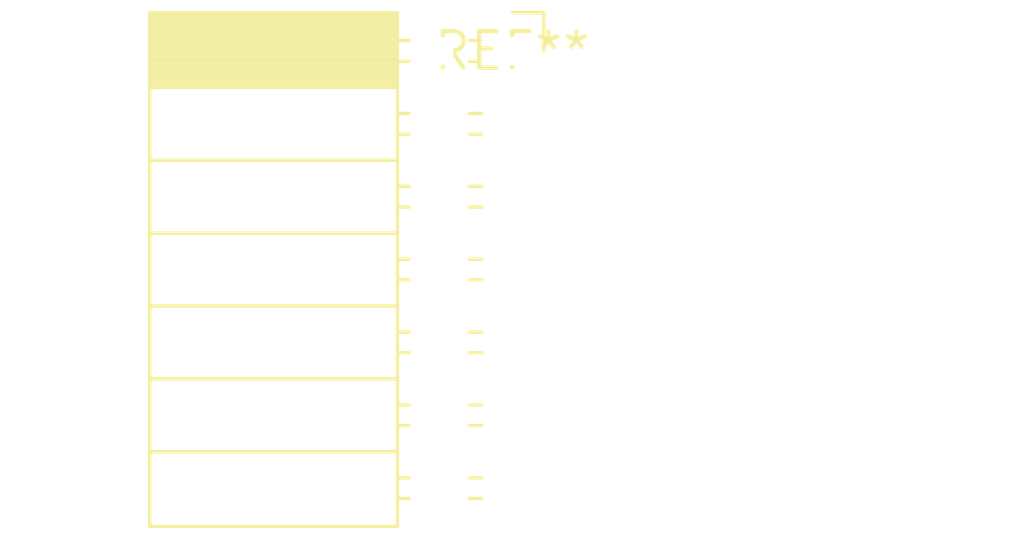
<source format=kicad_pcb>
(kicad_pcb (version 20240108) (generator pcbnew)
  (layers (0 "F.Cu" signal) (31 "B.Cu" signal) (34 "B.Paste" user) (35 "F.Paste" user) (36 "B.SilkS" user "B.Silkscreen") (37 "F.SilkS" user "F.Silkscreen") (38 "B.Mask" user) (39 "F.Mask" user) (44 "Edge.Cuts" user))
  (net 0 "")
  (footprint "PinSocket_2x07_P2.54mm_Horizontal" (layer "F.Cu") (at 0 0)
    (property "Reference" "REF**")
    (property "Value" "PinSocket_2x07_P2.54mm_Horizontal")
    (fp_line (start -12.63 -1.33) (end -12.63 16.57) (layer "F.SilkS") (stroke (width 0.12)))
    (fp_line (start -12.63 -1.33) (end -4 -1.33) (layer "F.SilkS") (stroke (width 0.12)))
    (fp_line (start -12.63 -1.21) (end -4 -1.21) (layer "F.SilkS") (stroke (width 0.12)))
    (fp_line (start -12.63 -1.091905) (end -4 -1.091905) (layer "F.SilkS") (stroke (width 0.12)))
    (fp_line (start -12.63 -0.97381) (end -4 -0.97381) (layer "F.SilkS") (stroke (width 0.12)))
    (fp_line (start -12.63 -0.855715) (end -4 -0.855715) (layer "F.SilkS") (stroke (width 0.12)))
    (fp_line (start -12.63 -0.73762) (end -4 -0.73762) (layer "F.SilkS") (stroke (width 0.12)))
    (fp_line (start -12.63 -0.619525) (end -4 -0.619525) (layer "F.SilkS") (stroke (width 0.12)))
    (fp_line (start -12.63 -0.50143) (end -4 -0.50143) (layer "F.SilkS") (stroke (width 0.12)))
    (fp_line (start -12.63 -0.383335) (end -4 -0.383335) (layer "F.SilkS") (stroke (width 0.12)))
    (fp_line (start -12.63 -0.26524) (end -4 -0.26524) (layer "F.SilkS") (stroke (width 0.12)))
    (fp_line (start -12.63 -0.147145) (end -4 -0.147145) (layer "F.SilkS") (stroke (width 0.12)))
    (fp_line (start -12.63 -0.02905) (end -4 -0.02905) (layer "F.SilkS") (stroke (width 0.12)))
    (fp_line (start -12.63 0.089045) (end -4 0.089045) (layer "F.SilkS") (stroke (width 0.12)))
    (fp_line (start -12.63 0.20714) (end -4 0.20714) (layer "F.SilkS") (stroke (width 0.12)))
    (fp_line (start -12.63 0.325235) (end -4 0.325235) (layer "F.SilkS") (stroke (width 0.12)))
    (fp_line (start -12.63 0.44333) (end -4 0.44333) (layer "F.SilkS") (stroke (width 0.12)))
    (fp_line (start -12.63 0.561425) (end -4 0.561425) (layer "F.SilkS") (stroke (width 0.12)))
    (fp_line (start -12.63 0.67952) (end -4 0.67952) (layer "F.SilkS") (stroke (width 0.12)))
    (fp_line (start -12.63 0.797615) (end -4 0.797615) (layer "F.SilkS") (stroke (width 0.12)))
    (fp_line (start -12.63 0.91571) (end -4 0.91571) (layer "F.SilkS") (stroke (width 0.12)))
    (fp_line (start -12.63 1.033805) (end -4 1.033805) (layer "F.SilkS") (stroke (width 0.12)))
    (fp_line (start -12.63 1.1519) (end -4 1.1519) (layer "F.SilkS") (stroke (width 0.12)))
    (fp_line (start -12.63 1.27) (end -4 1.27) (layer "F.SilkS") (stroke (width 0.12)))
    (fp_line (start -12.63 3.81) (end -4 3.81) (layer "F.SilkS") (stroke (width 0.12)))
    (fp_line (start -12.63 6.35) (end -4 6.35) (layer "F.SilkS") (stroke (width 0.12)))
    (fp_line (start -12.63 8.89) (end -4 8.89) (layer "F.SilkS") (stroke (width 0.12)))
    (fp_line (start -12.63 11.43) (end -4 11.43) (layer "F.SilkS") (stroke (width 0.12)))
    (fp_line (start -12.63 13.97) (end -4 13.97) (layer "F.SilkS") (stroke (width 0.12)))
    (fp_line (start -12.63 16.57) (end -4 16.57) (layer "F.SilkS") (stroke (width 0.12)))
    (fp_line (start -4 -1.33) (end -4 16.57) (layer "F.SilkS") (stroke (width 0.12)))
    (fp_line (start -4 -0.36) (end -3.59 -0.36) (layer "F.SilkS") (stroke (width 0.12)))
    (fp_line (start -4 0.36) (end -3.59 0.36) (layer "F.SilkS") (stroke (width 0.12)))
    (fp_line (start -4 2.18) (end -3.59 2.18) (layer "F.SilkS") (stroke (width 0.12)))
    (fp_line (start -4 2.9) (end -3.59 2.9) (layer "F.SilkS") (stroke (width 0.12)))
    (fp_line (start -4 4.72) (end -3.59 4.72) (layer "F.SilkS") (stroke (width 0.12)))
    (fp_line (start -4 5.44) (end -3.59 5.44) (layer "F.SilkS") (stroke (width 0.12)))
    (fp_line (start -4 7.26) (end -3.59 7.26) (layer "F.SilkS") (stroke (width 0.12)))
    (fp_line (start -4 7.98) (end -3.59 7.98) (layer "F.SilkS") (stroke (width 0.12)))
    (fp_line (start -4 9.8) (end -3.59 9.8) (layer "F.SilkS") (stroke (width 0.12)))
    (fp_line (start -4 10.52) (end -3.59 10.52) (layer "F.SilkS") (stroke (width 0.12)))
    (fp_line (start -4 12.34) (end -3.59 12.34) (layer "F.SilkS") (stroke (width 0.12)))
    (fp_line (start -4 13.06) (end -3.59 13.06) (layer "F.SilkS") (stroke (width 0.12)))
    (fp_line (start -4 14.88) (end -3.59 14.88) (layer "F.SilkS") (stroke (width 0.12)))
    (fp_line (start -4 15.6) (end -3.59 15.6) (layer "F.SilkS") (stroke (width 0.12)))
    (fp_line (start -1.49 -0.36) (end -1.11 -0.36) (layer "F.SilkS") (stroke (width 0.12)))
    (fp_line (start -1.49 0.36) (end -1.11 0.36) (layer "F.SilkS") (stroke (width 0.12)))
    (fp_line (start -1.49 2.18) (end -1.05 2.18) (layer "F.SilkS") (stroke (width 0.12)))
    (fp_line (start -1.49 2.9) (end -1.05 2.9) (layer "F.SilkS") (stroke (width 0.12)))
    (fp_line (start -1.49 4.72) (end -1.05 4.72) (layer "F.SilkS") (stroke (width 0.12)))
    (fp_line (start -1.49 5.44) (end -1.05 5.44) (layer "F.SilkS") (stroke (width 0.12)))
    (fp_line (start -1.49 7.26) (end -1.05 7.26) (layer "F.SilkS") (stroke (width 0.12)))
    (fp_line (start -1.49 7.98) (end -1.05 7.98) (layer "F.SilkS") (stroke (width 0.12)))
    (fp_line (start -1.49 9.8) (end -1.05 9.8) (layer "F.SilkS") (stroke (width 0.12)))
    (fp_line (start -1.49 10.52) (end -1.05 10.52) (layer "F.SilkS") (stroke (width 0.12)))
    (fp_line (start -1.49 12.34) (end -1.05 12.34) (layer "F.SilkS") (stroke (width 0.12)))
    (fp_line (start -1.49 13.06) (end -1.05 13.06) (layer "F.SilkS") (stroke (width 0.12)))
    (fp_line (start -1.49 14.88) (end -1.05 14.88) (layer "F.SilkS") (stroke (width 0.12)))
    (fp_line (start -1.49 15.6) (end -1.05 15.6) (layer "F.SilkS") (stroke (width 0.12)))
    (fp_line (start 0 -1.33) (end 1.11 -1.33) (layer "F.SilkS") (stroke (width 0.12)))
    (fp_line (start 1.11 -1.33) (end 1.11 0) (layer "F.SilkS") (stroke (width 0.12)))
    (pad "1" thru_hole rect (at 0 0) (size 1.7 1.7) (drill 1) (layers *.Cu *.Mask) (remove_unused_layers))
    (pad "2" thru_hole oval (at -2.54 0) (size 1.7 1.7) (drill 1) (layers *.Cu *.Mask) (remove_unused_layers))
    (pad "3" thru_hole oval (at 0 2.54) (size 1.7 1.7) (drill 1) (layers *.Cu *.Mask) (remove_unused_layers))
    (pad "4" thru_hole oval (at -2.54 2.54) (size 1.7 1.7) (drill 1) (layers *.Cu *.Mask) (remove_unused_layers))
    (pad "5" thru_hole oval (at 0 5.08) (size 1.7 1.7) (drill 1) (layers *.Cu *.Mask) (remove_unused_layers))
    (pad "6" thru_hole oval (at -2.54 5.08) (size 1.7 1.7) (drill 1) (layers *.Cu *.Mask) (remove_unused_layers))
    (pad "7" thru_hole oval (at 0 7.62) (size 1.7 1.7) (drill 1) (layers *.Cu *.Mask) (remove_unused_layers))
    (pad "8" thru_hole oval (at -2.54 7.62) (size 1.7 1.7) (drill 1) (layers *.Cu *.Mask) (remove_unused_layers))
    (pad "9" thru_hole oval (at 0 10.16) (size 1.7 1.7) (drill 1) (layers *.Cu *.Mask) (remove_unused_layers))
    (pad "10" thru_hole oval (at -2.54 10.16) (size 1.7 1.7) (drill 1) (layers *.Cu *.Mask) (remove_unused_layers))
    (pad "11" thru_hole oval (at 0 12.7) (size 1.7 1.7) (drill 1) (layers *.Cu *.Mask) (remove_unused_layers))
    (pad "12" thru_hole oval (at -2.54 12.7) (size 1.7 1.7) (drill 1) (layers *.Cu *.Mask) (remove_unused_layers))
    (pad "13" thru_hole oval (at 0 15.24) (size 1.7 1.7) (drill 1) (layers *.Cu *.Mask) (remove_unused_layers))
    (pad "14" thru_hole oval (at -2.54 15.24) (size 1.7 1.7) (drill 1) (layers *.Cu *.Mask) (remove_unused_layers))
  )
)
</source>
